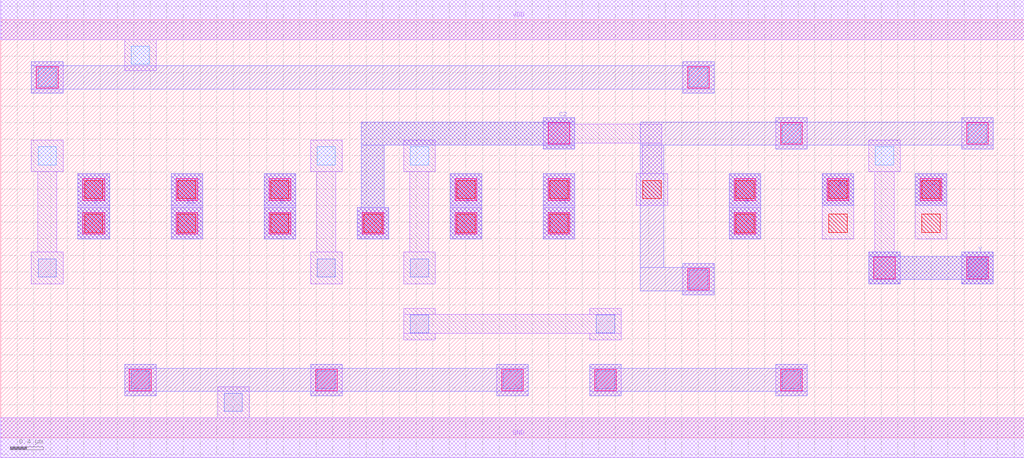
<source format=lef>
MACRO AOOAOOAI21312
 CLASS CORE ;
 FOREIGN AOOAOOAI21312 0 0 ;
 SIZE 12.32 BY 5.04 ;
 ORIGIN 0 0 ;
 SYMMETRY X Y R90 ;
 SITE unit ;
  PIN VDD
   DIRECTION INOUT ;
   USE POWER ;
   SHAPE ABUTMENT ;
    PORT
     CLASS CORE ;
       LAYER met1 ;
        RECT 0.00000000 4.80000000 12.32000000 5.28000000 ;
    END
  END VDD

  PIN GND
   DIRECTION INOUT ;
   USE POWER ;
   SHAPE ABUTMENT ;
    PORT
     CLASS CORE ;
       LAYER met1 ;
        RECT 0.00000000 -0.24000000 12.32000000 0.24000000 ;
    END
  END GND

  PIN Y
   DIRECTION INOUT ;
   USE SIGNAL ;
   SHAPE ABUTMENT ;
    PORT
     CLASS CORE ;
       LAYER met2 ;
        RECT 10.45000000 1.85700000 10.83000000 1.90700000 ;
        RECT 11.57000000 1.85700000 11.95000000 1.90700000 ;
        RECT 10.45000000 1.90700000 11.95000000 2.18700000 ;
        RECT 10.45000000 2.18700000 10.83000000 2.23700000 ;
        RECT 11.57000000 2.18700000 11.95000000 2.23700000 ;
    END
  END Y

  PIN E1
   DIRECTION INOUT ;
   USE SIGNAL ;
   SHAPE ABUTMENT ;
    PORT
     CLASS CORE ;
       LAYER met2 ;
        RECT 2.05000000 2.39700000 2.43000000 3.18200000 ;
    END
  END E1

  PIN C
   DIRECTION INOUT ;
   USE SIGNAL ;
   SHAPE ABUTMENT ;
    PORT
     CLASS CORE ;
       LAYER met2 ;
        RECT 5.41000000 2.39700000 5.79000000 3.18200000 ;
    END
  END C

  PIN D
   DIRECTION INOUT ;
   USE SIGNAL ;
   SHAPE ABUTMENT ;
    PORT
     CLASS CORE ;
       LAYER met2 ;
        RECT 0.93000000 2.39700000 1.31000000 3.18200000 ;
    END
  END D

  PIN C2
   DIRECTION INOUT ;
   USE SIGNAL ;
   SHAPE ABUTMENT ;
    PORT
     CLASS CORE ;
       LAYER met2 ;
        RECT 4.29000000 2.39700000 4.67000000 2.77700000 ;
        RECT 4.34000000 2.77700000 4.62000000 3.52700000 ;
        RECT 6.53000000 3.47700000 6.91000000 3.52700000 ;
        RECT 4.34000000 3.52700000 6.91000000 3.80700000 ;
        RECT 6.53000000 3.80700000 6.91000000 3.85700000 ;
    END
  END C2

  PIN A1
   DIRECTION INOUT ;
   USE SIGNAL ;
   SHAPE ABUTMENT ;
    PORT
     CLASS CORE ;
       LAYER met2 ;
        RECT 9.89000000 2.80200000 10.27000000 3.18200000 ;
    END
  END A1

  PIN A
   DIRECTION INOUT ;
   USE SIGNAL ;
   SHAPE ABUTMENT ;
    PORT
     CLASS CORE ;
       LAYER met2 ;
        RECT 11.01000000 2.80200000 11.39000000 3.18200000 ;
    END
  END A

  PIN B
   DIRECTION INOUT ;
   USE SIGNAL ;
   SHAPE ABUTMENT ;
    PORT
     CLASS CORE ;
       LAYER met2 ;
        RECT 8.77000000 2.39700000 9.15000000 3.18200000 ;
    END
  END B

  PIN E
   DIRECTION INOUT ;
   USE SIGNAL ;
   SHAPE ABUTMENT ;
    PORT
     CLASS CORE ;
       LAYER met2 ;
        RECT 3.17000000 2.39700000 3.55000000 3.18200000 ;
    END
  END E

  PIN C1
   DIRECTION INOUT ;
   USE SIGNAL ;
   SHAPE ABUTMENT ;
    PORT
     CLASS CORE ;
       LAYER met2 ;
        RECT 6.53000000 2.39700000 6.91000000 3.18200000 ;
    END
  END C1

 OBS
    LAYER polycont ;
     RECT 1.01000000 2.47700000 1.23000000 2.69700000 ;
     RECT 2.13000000 2.47700000 2.35000000 2.69700000 ;
     RECT 3.25000000 2.47700000 3.47000000 2.69700000 ;
     RECT 4.37000000 2.47700000 4.59000000 2.69700000 ;
     RECT 5.49000000 2.47700000 5.71000000 2.69700000 ;
     RECT 6.61000000 2.47700000 6.83000000 2.69700000 ;
     RECT 8.85000000 2.47700000 9.07000000 2.69700000 ;
     RECT 9.97000000 2.47700000 10.19000000 2.69700000 ;
     RECT 11.09000000 2.47700000 11.31000000 2.69700000 ;
     RECT 1.01000000 2.88200000 1.23000000 3.10200000 ;
     RECT 2.13000000 2.88200000 2.35000000 3.10200000 ;
     RECT 3.25000000 2.88200000 3.47000000 3.10200000 ;
     RECT 5.49000000 2.88200000 5.71000000 3.10200000 ;
     RECT 6.61000000 2.88200000 6.83000000 3.10200000 ;
     RECT 7.73000000 2.88200000 7.95000000 3.10200000 ;
     RECT 8.85000000 2.88200000 9.07000000 3.10200000 ;
     RECT 9.97000000 2.88200000 10.19000000 3.10200000 ;
     RECT 11.09000000 2.88200000 11.31000000 3.10200000 ;

    LAYER pdiffc ;
     RECT 0.45000000 3.28700000 0.67000000 3.50700000 ;
     RECT 3.81000000 3.28700000 4.03000000 3.50700000 ;
     RECT 4.93000000 3.28700000 5.15000000 3.50700000 ;
     RECT 10.53000000 3.28700000 10.75000000 3.50700000 ;
     RECT 9.41000000 3.55700000 9.63000000 3.77700000 ;
     RECT 11.65000000 3.55700000 11.87000000 3.77700000 ;
     RECT 0.45000000 4.23200000 0.67000000 4.45200000 ;
     RECT 8.29000000 4.23200000 8.51000000 4.45200000 ;
     RECT 1.57000000 4.50200000 1.79000000 4.72200000 ;

    LAYER ndiffc ;
     RECT 2.69000000 0.31700000 2.91000000 0.53700000 ;
     RECT 1.57000000 0.58700000 1.79000000 0.80700000 ;
     RECT 3.81000000 0.58700000 4.03000000 0.80700000 ;
     RECT 6.05000000 0.58700000 6.27000000 0.80700000 ;
     RECT 7.17000000 0.58700000 7.39000000 0.80700000 ;
     RECT 9.41000000 0.58700000 9.63000000 0.80700000 ;
     RECT 4.93000000 1.26200000 5.15000000 1.48200000 ;
     RECT 7.17000000 1.26200000 7.39000000 1.48200000 ;
     RECT 8.29000000 1.80200000 8.51000000 2.02200000 ;
     RECT 0.45000000 1.93700000 0.67000000 2.15700000 ;
     RECT 3.81000000 1.93700000 4.03000000 2.15700000 ;
     RECT 4.93000000 1.93700000 5.15000000 2.15700000 ;
     RECT 11.65000000 1.93700000 11.87000000 2.15700000 ;

    LAYER met1 ;
     RECT 0.00000000 -0.24000000 12.32000000 0.24000000 ;
     RECT 2.61000000 0.24000000 2.99000000 0.61700000 ;
     RECT 1.49000000 0.50700000 1.87000000 0.88700000 ;
     RECT 3.73000000 0.50700000 4.11000000 0.88700000 ;
     RECT 5.97000000 0.50700000 6.35000000 0.88700000 ;
     RECT 7.09000000 0.50700000 7.47000000 0.88700000 ;
     RECT 9.33000000 0.50700000 9.71000000 0.88700000 ;
     RECT 4.85000000 1.18200000 5.23000000 1.25700000 ;
     RECT 7.09000000 1.18200000 7.47000000 1.25700000 ;
     RECT 4.85000000 1.25700000 7.47000000 1.48700000 ;
     RECT 4.85000000 1.48700000 5.23000000 1.56200000 ;
     RECT 7.09000000 1.48700000 7.47000000 1.56200000 ;
     RECT 8.21000000 1.72200000 8.59000000 2.10200000 ;
     RECT 11.57000000 1.85700000 11.95000000 2.23700000 ;
     RECT 0.93000000 2.39700000 1.31000000 2.77700000 ;
     RECT 2.05000000 2.39700000 2.43000000 2.77700000 ;
     RECT 3.17000000 2.39700000 3.55000000 2.77700000 ;
     RECT 4.29000000 2.39700000 4.67000000 2.77700000 ;
     RECT 5.41000000 2.39700000 5.79000000 2.77700000 ;
     RECT 6.53000000 2.39700000 6.91000000 2.77700000 ;
     RECT 8.77000000 2.39700000 9.15000000 2.77700000 ;
     RECT 0.93000000 2.80200000 1.31000000 3.18200000 ;
     RECT 2.05000000 2.80200000 2.43000000 3.18200000 ;
     RECT 3.17000000 2.80200000 3.55000000 3.18200000 ;
     RECT 5.41000000 2.80200000 5.79000000 3.18200000 ;
     RECT 6.53000000 2.80200000 6.91000000 3.18200000 ;
     RECT 8.77000000 2.80200000 9.15000000 3.18200000 ;
     RECT 9.89000000 2.39700000 10.27000000 3.18200000 ;
     RECT 11.01000000 2.39700000 11.39000000 3.18200000 ;
     RECT 0.37000000 1.85700000 0.75000000 2.23700000 ;
     RECT 0.44500000 2.23700000 0.67500000 3.20700000 ;
     RECT 0.37000000 3.20700000 0.75000000 3.58700000 ;
     RECT 3.73000000 1.85700000 4.11000000 2.23700000 ;
     RECT 3.80500000 2.23700000 4.03500000 3.20700000 ;
     RECT 3.73000000 3.20700000 4.11000000 3.58700000 ;
     RECT 4.85000000 1.85700000 5.23000000 2.23700000 ;
     RECT 4.92500000 2.23700000 5.15500000 3.20700000 ;
     RECT 4.85000000 3.20700000 5.23000000 3.58700000 ;
     RECT 10.45000000 1.85700000 10.83000000 2.23700000 ;
     RECT 10.52500000 2.23700000 10.75500000 3.20700000 ;
     RECT 10.45000000 3.20700000 10.83000000 3.58700000 ;
     RECT 7.65000000 2.80200000 8.03000000 3.18200000 ;
     RECT 6.53000000 3.47700000 6.91000000 3.55200000 ;
     RECT 7.72500000 3.18200000 7.95500000 3.55200000 ;
     RECT 6.53000000 3.55200000 7.95500000 3.78200000 ;
     RECT 6.53000000 3.78200000 6.91000000 3.85700000 ;
     RECT 9.33000000 3.47700000 9.71000000 3.85700000 ;
     RECT 11.57000000 3.47700000 11.95000000 3.85700000 ;
     RECT 0.37000000 4.15200000 0.75000000 4.53200000 ;
     RECT 8.21000000 4.15200000 8.59000000 4.53200000 ;
     RECT 1.49000000 4.42200000 1.87000000 4.80000000 ;
     RECT 0.00000000 4.80000000 12.32000000 5.28000000 ;

    LAYER via1 ;
     RECT 1.55000000 0.56700000 1.81000000 0.82700000 ;
     RECT 3.79000000 0.56700000 4.05000000 0.82700000 ;
     RECT 6.03000000 0.56700000 6.29000000 0.82700000 ;
     RECT 7.15000000 0.56700000 7.41000000 0.82700000 ;
     RECT 9.39000000 0.56700000 9.65000000 0.82700000 ;
     RECT 8.27000000 1.78200000 8.53000000 2.04200000 ;
     RECT 10.51000000 1.91700000 10.77000000 2.17700000 ;
     RECT 11.63000000 1.91700000 11.89000000 2.17700000 ;
     RECT 0.99000000 2.45700000 1.25000000 2.71700000 ;
     RECT 2.11000000 2.45700000 2.37000000 2.71700000 ;
     RECT 3.23000000 2.45700000 3.49000000 2.71700000 ;
     RECT 4.35000000 2.45700000 4.61000000 2.71700000 ;
     RECT 5.47000000 2.45700000 5.73000000 2.71700000 ;
     RECT 6.59000000 2.45700000 6.85000000 2.71700000 ;
     RECT 8.83000000 2.45700000 9.09000000 2.71700000 ;
     RECT 0.99000000 2.86200000 1.25000000 3.12200000 ;
     RECT 2.11000000 2.86200000 2.37000000 3.12200000 ;
     RECT 3.23000000 2.86200000 3.49000000 3.12200000 ;
     RECT 5.47000000 2.86200000 5.73000000 3.12200000 ;
     RECT 6.59000000 2.86200000 6.85000000 3.12200000 ;
     RECT 8.83000000 2.86200000 9.09000000 3.12200000 ;
     RECT 9.95000000 2.86200000 10.21000000 3.12200000 ;
     RECT 11.07000000 2.86200000 11.33000000 3.12200000 ;
     RECT 6.59000000 3.53700000 6.85000000 3.79700000 ;
     RECT 9.39000000 3.53700000 9.65000000 3.79700000 ;
     RECT 11.63000000 3.53700000 11.89000000 3.79700000 ;
     RECT 0.43000000 4.21200000 0.69000000 4.47200000 ;
     RECT 8.27000000 4.21200000 8.53000000 4.47200000 ;

    LAYER met2 ;
     RECT 1.49000000 0.50700000 1.87000000 0.55700000 ;
     RECT 3.73000000 0.50700000 4.11000000 0.55700000 ;
     RECT 5.97000000 0.50700000 6.35000000 0.55700000 ;
     RECT 1.49000000 0.55700000 6.35000000 0.83700000 ;
     RECT 1.49000000 0.83700000 1.87000000 0.88700000 ;
     RECT 3.73000000 0.83700000 4.11000000 0.88700000 ;
     RECT 5.97000000 0.83700000 6.35000000 0.88700000 ;
     RECT 7.09000000 0.50700000 7.47000000 0.55700000 ;
     RECT 9.33000000 0.50700000 9.71000000 0.55700000 ;
     RECT 7.09000000 0.55700000 9.71000000 0.83700000 ;
     RECT 7.09000000 0.83700000 7.47000000 0.88700000 ;
     RECT 9.33000000 0.83700000 9.71000000 0.88700000 ;
     RECT 10.45000000 1.85700000 10.83000000 1.90700000 ;
     RECT 11.57000000 1.85700000 11.95000000 1.90700000 ;
     RECT 10.45000000 1.90700000 11.95000000 2.18700000 ;
     RECT 10.45000000 2.18700000 10.83000000 2.23700000 ;
     RECT 11.57000000 2.18700000 11.95000000 2.23700000 ;
     RECT 0.93000000 2.39700000 1.31000000 3.18200000 ;
     RECT 2.05000000 2.39700000 2.43000000 3.18200000 ;
     RECT 3.17000000 2.39700000 3.55000000 3.18200000 ;
     RECT 5.41000000 2.39700000 5.79000000 3.18200000 ;
     RECT 6.53000000 2.39700000 6.91000000 3.18200000 ;
     RECT 8.77000000 2.39700000 9.15000000 3.18200000 ;
     RECT 9.89000000 2.80200000 10.27000000 3.18200000 ;
     RECT 11.01000000 2.80200000 11.39000000 3.18200000 ;
     RECT 4.29000000 2.39700000 4.67000000 2.77700000 ;
     RECT 4.34000000 2.77700000 4.62000000 3.52700000 ;
     RECT 6.53000000 3.47700000 6.91000000 3.52700000 ;
     RECT 4.34000000 3.52700000 6.91000000 3.80700000 ;
     RECT 6.53000000 3.80700000 6.91000000 3.85700000 ;
     RECT 8.21000000 1.72200000 8.59000000 1.77200000 ;
     RECT 7.70000000 1.77200000 8.59000000 2.05200000 ;
     RECT 8.21000000 2.05200000 8.59000000 2.10200000 ;
     RECT 7.70000000 2.05200000 7.98000000 3.52700000 ;
     RECT 9.33000000 3.47700000 9.71000000 3.52700000 ;
     RECT 11.57000000 3.47700000 11.95000000 3.52700000 ;
     RECT 7.70000000 3.52700000 11.95000000 3.80700000 ;
     RECT 9.33000000 3.80700000 9.71000000 3.85700000 ;
     RECT 11.57000000 3.80700000 11.95000000 3.85700000 ;
     RECT 0.37000000 4.15200000 0.75000000 4.20200000 ;
     RECT 8.21000000 4.15200000 8.59000000 4.20200000 ;
     RECT 0.37000000 4.20200000 8.59000000 4.48200000 ;
     RECT 0.37000000 4.48200000 0.75000000 4.53200000 ;
     RECT 8.21000000 4.48200000 8.59000000 4.53200000 ;

 END
END AOOAOOAI21312

</source>
